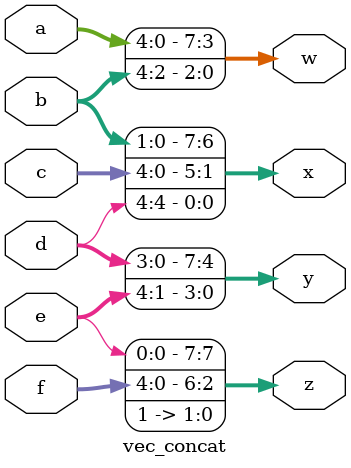
<source format=sv>
module vec_concat (
    input [4:0] a, b, c, d, e, f,
    output [7:0] w, x, y, z );//

    assign {w, x, y, z} = {a, b, c, d, e, f, 2'b11};

endmodule
</source>
